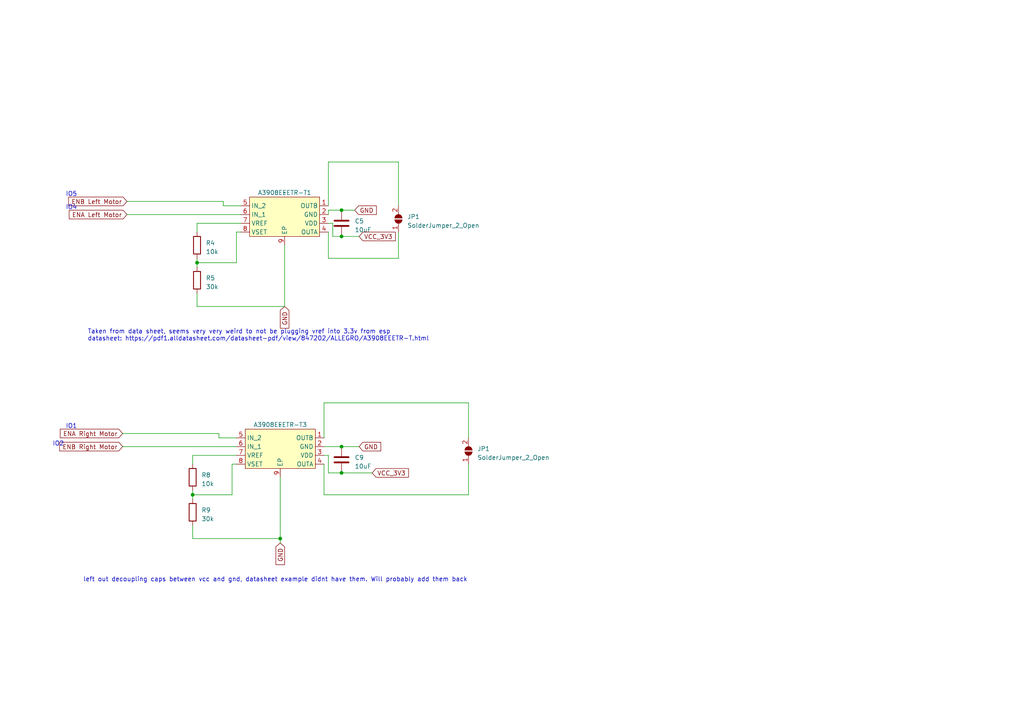
<source format=kicad_sch>
(kicad_sch (version 20230121) (generator eeschema)
  (paper "A4")
  (lib_symbols
    (symbol "Device:C" (pin_numbers hide) (pin_names (offset 0.254))
      (property "Reference" "C" (at 0.635 2.54 0))
      (property "Value" "C" (at 0.635 -2.54 0))
      (symbol "C_0_1"
        (polyline (pts (xy -2.032 -0.762) (xy 2.032 -0.762)) (stroke (width 0.508)))
        (polyline (pts (xy -2.032 0.762) (xy 2.032 0.762)) (stroke (width 0.508)))
      )
      (symbol "C_1_1"
        (pin passive line (at 0 3.81 270) (length 2.794) (name "~") (number "1"))
        (pin passive line (at 0 -3.81 90) (length 2.794) (name "~") (number "2"))
      )
    )
    (symbol "Device:R" (pin_numbers hide) (pin_names (offset 0))
      (property "Reference" "R" (at 2.032 0 90))
      (property "Value" "R" (at 0 0 90))
      (symbol "R_0_1"
        (rectangle (start -1.016 -2.54) (end 1.016 2.54) (stroke (width 0.254)))
      )
      (symbol "R_1_1"
        (pin passive line (at 0 3.81 270) (length 1.27) (name "~") (number "1"))
        (pin passive line (at 0 -3.81 90) (length 1.27) (name "~") (number "2"))
      )
    )
    (symbol "Jumper:SolderJumper_2_Open" (pin_names (offset 0) hide)
      (property "Reference" "JP" (at 0 2.032 0))
      (property "Value" "SolderJumper_2_Open" (at 0 -2.54 0))
      (symbol "SolderJumper_2_Open_0_1"
        (arc (start -0.254 1.016) (mid -1.2656 0) (end -0.254 -1.016))
        (arc (start -0.254 1.016) (mid -1.2656 0) (end -0.254 -1.016) (fill (type outline)))
        (polyline (pts (xy -0.254 1.016) (xy -0.254 -1.016)))
        (polyline (pts (xy 0.254 1.016) (xy 0.254 -1.016)))
        (arc (start 0.254 -1.016) (mid 1.2656 0) (end 0.254 1.016))
        (arc (start 0.254 -1.016) (mid 1.2656 0) (end 0.254 1.016) (fill (type outline)))
      )
      (symbol "SolderJumper_2_Open_1_1"
        (pin passive line (at -3.81 0 0) (length 2.54) (name "A") (number "1"))
        (pin passive line (at 3.81 0 180) (length 2.54) (name "B") (number "2"))
      )
    )
    (symbol "lib:Motor_IC"
      (property "Reference" "A3908EEETR-T" (at 0 0 0))
      (symbol "Motor_IC_1_1"
        (rectangle (start -10.16 -1.27) (end 10.16 -12.7) (fill (type background)))
        (pin output line (at -12.7 -3.81 0) (length 2.54) (name "OUTB") (number "1"))
        (pin unspecified line (at -12.7 -6.35 0) (length 2.54) (name "GND") (number "2"))
        (pin power_in line (at -12.7 -8.89 0) (length 2.54) (name "VDD") (number "3"))
        (pin output line (at -12.7 -11.43 0) (length 2.54) (name "OUTA") (number "4"))
        (pin input line (at 12.7 -3.81 180) (length 2.54) (name "IN_2") (number "5"))
        (pin input line (at 12.7 -6.35 180) (length 2.54) (name "IN_1") (number "6"))
        (pin power_in line (at 12.7 -8.89 180) (length 2.54) (name "VREF") (number "7"))
        (pin power_in line (at 12.7 -11.43 180) (length 2.54) (name "VSET") (number "8"))
        (pin input line (at 0 -15.24 90) (length 2.54) (name "EP") (number "9"))
      )
    )
  )
  (junction (at 57.15 76.2))
  (junction (at 81.28 156.21))
  (junction (at 99.06 60.96))
  (junction (at 99.06 137.16))
  (junction (at 55.88 143.51))
  (junction (at 99.06 68.58))
  (junction (at 99.06 129.54))
  (wire (pts (xy 57.15 88.9) (xy 82.55 88.9)))
  (wire (pts (xy 102.87 60.96) (xy 99.06 60.96)))
  (wire (pts (xy 93.98 143.51) (xy 93.98 134.62)))
  (wire (pts (xy 95.25 137.16) (xy 95.25 132.08)))
  (wire (pts (xy 93.98 116.84) (xy 93.98 127)))
  (wire (pts (xy 104.14 68.58) (xy 99.06 68.58)))
  (wire (pts (xy 55.88 152.4) (xy 55.88 156.21)))
  (wire (pts (xy 81.28 156.21) (xy 81.28 138.43)))
  (wire (pts (xy 57.15 76.2) (xy 57.15 77.47)))
  (wire (pts (xy 81.28 157.48) (xy 81.28 156.21)))
  (wire (pts (xy 55.88 143.51) (xy 55.88 144.78)))
  (wire (pts (xy 95.25 46.99) (xy 95.25 59.69)))
  (wire (pts (xy 99.06 68.58) (xy 96.52 68.58)))
  (wire (pts (xy 68.58 132.08) (xy 55.88 132.08)))
  (wire (pts (xy 68.58 134.62) (xy 67.31 134.62)))
  (wire (pts (xy 63.5 127) (xy 68.58 127)))
  (wire (pts (xy 95.25 74.93) (xy 95.25 67.31)))
  (wire (pts (xy 57.15 64.77) (xy 57.15 67.31)))
  (wire (pts (xy 115.57 46.99) (xy 115.57 59.69)))
  (wire (pts (xy 99.06 60.96) (xy 95.25 60.96)))
  (wire (pts (xy 135.89 116.84) (xy 135.89 127)))
  (wire (pts (xy 64.77 59.69) (xy 69.85 59.69)))
  (wire (pts (xy 69.85 64.77) (xy 57.15 64.77)))
  (wire (pts (xy 55.88 142.24) (xy 55.88 143.51)))
  (wire (pts (xy 82.55 88.9) (xy 82.55 71.12)))
  (wire (pts (xy 93.98 129.54) (xy 99.06 129.54)))
  (wire (pts (xy 64.77 58.42) (xy 64.77 59.69)))
  (wire (pts (xy 99.06 137.16) (xy 95.25 137.16)))
  (wire (pts (xy 95.25 74.93) (xy 115.57 74.93)))
  (wire (pts (xy 96.52 68.58) (xy 96.52 64.77)))
  (wire (pts (xy 63.5 125.73) (xy 63.5 127)))
  (wire (pts (xy 36.83 62.23) (xy 69.85 62.23)))
  (wire (pts (xy 107.95 137.16) (xy 99.06 137.16)))
  (wire (pts (xy 104.14 129.54) (xy 99.06 129.54)))
  (wire (pts (xy 67.31 134.62) (xy 67.31 143.51)))
  (wire (pts (xy 95.25 46.99) (xy 115.57 46.99)))
  (wire (pts (xy 67.31 143.51) (xy 55.88 143.51)))
  (wire (pts (xy 36.83 58.42) (xy 64.77 58.42)))
  (wire (pts (xy 57.15 74.93) (xy 57.15 76.2)))
  (wire (pts (xy 96.52 64.77) (xy 95.25 64.77)))
  (wire (pts (xy 57.15 85.09) (xy 57.15 88.9)))
  (wire (pts (xy 93.98 116.84) (xy 135.89 116.84)))
  (wire (pts (xy 35.56 125.73) (xy 63.5 125.73)))
  (wire (pts (xy 55.88 132.08) (xy 55.88 134.62)))
  (wire (pts (xy 95.25 60.96) (xy 95.25 62.23)))
  (wire (pts (xy 115.57 74.93) (xy 115.57 67.31)))
  (wire (pts (xy 95.25 132.08) (xy 93.98 132.08)))
  (wire (pts (xy 135.89 143.51) (xy 135.89 134.62)))
  (wire (pts (xy 69.85 67.31) (xy 68.58 67.31)))
  (wire (pts (xy 35.56 129.54) (xy 68.58 129.54)))
  (wire (pts (xy 68.58 67.31) (xy 68.58 76.2)))
  (wire (pts (xy 93.98 143.51) (xy 135.89 143.51)))
  (wire (pts (xy 68.58 76.2) (xy 57.15 76.2)))
  (wire (pts (xy 55.88 156.21) (xy 81.28 156.21)))
  (text "left out decoupling caps between vcc and gnd, datasheet example didnt have them. Will probably add them back" (at 24.13 168.91 0) (effects (font (size 1.27 1.27)) (justify left bottom)))
  (text "IO5" (at 19.05 57.15 0) (effects (font (size 1.27 1.27)) (justify left bottom)))
  (text "Taken from data sheet, seems very very weird to not be plugging vref into 3.3v from esp\ndatasheet: https://pdf1.alldatasheet.com/datasheet-pdf/view/847202/ALLEGRO/A3908EEETR-T.html" (at 25.4 99.06 0) (effects (font (size 1.27 1.27)) (justify left bottom)))
  (text "IO1" (at 19.05 124.46 0) (effects (font (size 1.27 1.27)) (justify left bottom)))
  (text "IO2" (at 15.24 129.54 0) (effects (font (size 1.27 1.27)) (justify left bottom)))
  (text "IO4" (at 19.05 60.96 0) (effects (font (size 1.27 1.27)) (justify left bottom)))
  (global_label "GND" (shape input) (at 102.87 60.96 0) (property "Intersheetrefs" "${INTERSHEET_REFS}" (effects hide)))
  (global_label "VCC_3V3" (shape input) (at 104.14 68.58 0) (property "Intersheetrefs" "${INTERSHEET_REFS}" (effects hide)))
  (global_label "ENB Left Motor" (shape input) (at 36.83 58.42 180) (property "Intersheetrefs" "${INTERSHEET_REFS}" (effects hide)))
  (global_label "GND" (shape input) (at 104.14 129.54 0) (property "Intersheetrefs" "${INTERSHEET_REFS}" (effects hide)))
  (global_label "GND" (shape input) (at 81.28 157.48 270) (property "Intersheetrefs" "${INTERSHEET_REFS}" (effects hide)))
  (global_label "VCC_3V3" (shape input) (at 107.95 137.16 0) (property "Intersheetrefs" "${INTERSHEET_REFS}" (effects hide)))
  (global_label "ENB Right Motor" (shape input) (at 35.56 129.54 180) (property "Intersheetrefs" "${INTERSHEET_REFS}" (effects hide)))
  (global_label "ENA Left Motor" (shape input) (at 36.83 62.23 180) (property "Intersheetrefs" "${INTERSHEET_REFS}" (effects hide)))
  (global_label "GND" (shape input) (at 82.55 88.9 270) (property "Intersheetrefs" "${INTERSHEET_REFS}" (effects hide)))
  (global_label "ENA Right Motor" (shape input) (at 35.56 125.73 180) (property "Intersheetrefs" "${INTERSHEET_REFS}" (effects hide)))
  (symbol (lib_id "lib:Motor_IC") (at 81.28 123.19 0) (mirror y) (unit 1)
    (property "Reference" "A3908EEETR-T3" (at 81.28 123.19 0))
    (property "Value" "~" (at 81.28 123.19 0))
    (property "Footprint" "motor_driver_ic:PSON50P200X300X60-9N" (effects hide))
  )
  (symbol (lib_id "Jumper:SolderJumper_2_Open") (at 115.57 63.5 90) (unit 1)
    (property "Reference" "JP1" (at 118.11 62.865 90) (effects (justify right)))
    (property "Value" "SolderJumper_2_Open" (at 118.11 65.405 90) (effects (justify right)))
    (property "Footprint" "Jumper:SolderJumper-2_P1.3mm_Open_Pad1.0x1.5mm" (effects hide))
    (instances (project "pcb_redesign" (path "" (reference "JP1") (unit 1)) (path "" (reference "JP2") (unit 1))))
  )
  (symbol (lib_id "Device:C") (at 99.06 133.35 0) (unit 1)
    (property "Reference" "C9" (at 102.87 132.715 0) (effects (justify left)))
    (property "Value" "10uF" (at 102.87 135.255 0) (effects (justify left)))
    (property "Footprint" "Capacitor_SMD:C_0603_1608Metric" (effects hide))
  )
  (symbol (lib_id "lib:Motor_IC") (at 82.55 55.88 0) (mirror y) (unit 1)
    (property "Reference" "A3908EEETR-T1" (at 82.55 55.88 0))
    (property "Value" "~" (at 82.55 55.88 0))
    (property "Footprint" "motor_driver_ic:PSON50P200X300X60-9N" (effects hide))
  )
  (symbol (lib_id "Device:R") (at 55.88 138.43 0) (unit 1)
    (property "Reference" "R8" (at 58.42 137.795 0) (effects (justify left)))
    (property "Value" "10k" (at 58.42 140.335 0) (effects (justify left)))
    (property "Footprint" "18k_ohm_0603:RESC1608X55N" (effects hide))
  )
  (symbol (lib_id "Device:R") (at 55.88 148.59 0) (unit 1)
    (property "Reference" "R9" (at 58.42 147.955 0) (effects (justify left)))
    (property "Value" "30k" (at 58.42 150.495 0) (effects (justify left)))
    (property "Footprint" "10k_ohm_0603:RESC1508X50N" (effects hide))
  )
  (symbol (lib_id "Device:R") (at 57.15 81.28 0) (unit 1)
    (property "Reference" "R5" (at 59.69 80.645 0) (effects (justify left)))
    (property "Value" "30k" (at 59.69 83.185 0) (effects (justify left)))
    (property "Footprint" "10k_ohm_0603:RESC1508X50N" (effects hide))
  )
  (symbol (lib_id "Device:R") (at 57.15 71.12 0) (unit 1)
    (property "Reference" "R4" (at 59.69 70.485 0) (effects (justify left)))
    (property "Value" "10k" (at 59.69 73.025 0) (effects (justify left)))
    (property "Footprint" "18k_ohm_0603:RESC1608X55N" (effects hide))
  )
  (symbol (lib_id "Jumper:SolderJumper_2_Open") (at 135.89 130.81 90) (unit 1)
    (property "Reference" "JP1" (at 138.43 130.175 90) (effects (justify right)))
    (property "Value" "SolderJumper_2_Open" (at 138.43 132.715 90) (effects (justify right)))
    (property "Footprint" "Jumper:SolderJumper-2_P1.3mm_Open_Pad1.0x1.5mm" (effects hide))
    (instances (project "pcb_redesign" (path "" (reference "JP1") (unit 1)) (path "" (reference "JP3") (unit 1))))
  )
  (symbol (lib_id "Device:C") (at 99.06 64.77 0) (unit 1)
    (property "Reference" "C5" (at 102.87 64.135 0) (effects (justify left)))
    (property "Value" "10uF" (at 102.87 66.675 0) (effects (justify left)))
    (property "Footprint" "Capacitor_SMD:C_0603_1608Metric" (effects hide))
  )
)
</source>
